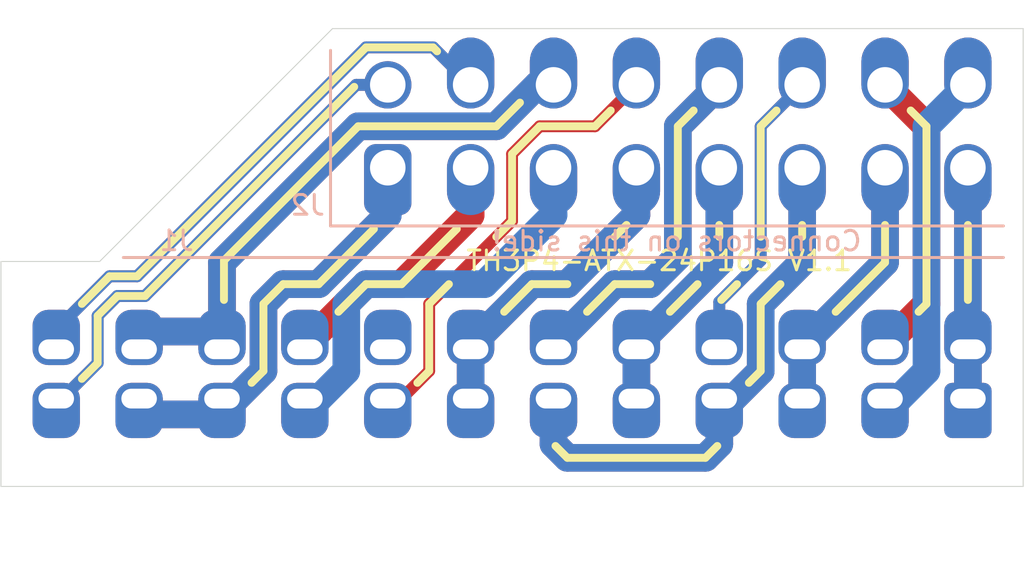
<source format=kicad_pcb>
(kicad_pcb (version 20240108) (generator "pcbnew") (generator_version "8.0")
  (layers (0 "F.Cu" signal) (31 "B.Cu" signal) (34 "B.Paste" user) (35 "F.Paste" user) (36 "B.SilkS" user "B.Silkscreen") (37 "F.SilkS" user "F.Silkscreen") (38 "B.Mask" user) (39 "F.Mask" user) (44 "Edge.Cuts" user))
  (net 0 "")
  (footprint "Connector_ATX:ATX_16pin_male" (layer "B.Cu") (at 158.4 87.6 180)
    (property "Reference" "J2" (at 17.8 -4 0) (layer "B.SilkS") (effects (justify left mirror)))
    (property "Value" "ATX_16pin_male")
    (pad "1" thru_hole roundrect (at 14.7 -2.1 180) (size 2.4 3.6) (drill oval 1.8 (offset 0 -0.6)) (layers "*.Cu" "*.Mask"))
    (pad "2" thru_hole roundrect (at 10.5 -2.1 180) (size 2.4 3.6) (drill oval 1.8 (offset 0 -0.6)) (layers "*.Cu" "*.Mask") (roundrect_rratio 0.5))
    (pad "3" thru_hole roundrect (at 6.3 -2.1 180) (size 2.4 3.6) (drill oval 1.8 (offset 0 -0.6)) (layers "*.Cu" "*.Mask") (roundrect_rratio 0.5))
    (pad "4" thru_hole roundrect (at 2.1 -2.1 180) (size 2.4 3.6) (drill oval 1.8 (offset 0 -0.6)) (layers "*.Cu" "*.Mask") (roundrect_rratio 0.5))
    (pad "5" thru_hole roundrect (at -2.1 -2.1 180) (size 2.4 3.6) (drill oval 1.8 (offset 0 -0.6)) (layers "*.Cu" "*.Mask") (roundrect_rratio 0.5))
    (pad "6" thru_hole roundrect (at -6.3 -2.1 180) (size 2.4 3.6) (drill oval 1.8 (offset 0 -0.6)) (layers "*.Cu" "*.Mask") (roundrect_rratio 0.5))
    (pad "7" thru_hole roundrect (at -10.5 -2.1 180) (size 2.4 3.6) (drill oval 1.8 (offset 0 -0.6)) (layers "*.Cu" "*.Mask") (roundrect_rratio 0.5))
    (pad "8" thru_hole roundrect (at -14.7 -2.1 180) (size 2.4 3.6) (drill oval 1.8 (offset 0 -0.6)) (layers "*.Cu" "*.Mask") (roundrect_rratio 0.5))
    (pad "9" thru_hole roundrect (at 14.7 2.1 180) (size 2.4 2.4) (drill oval 1.8) (layers "*.Cu" "*.Mask") (roundrect_rratio 0.5))
    (pad "10" thru_hole roundrect (at 10.5 2.1 180) (size 2.4 3.6) (drill oval 1.8 (offset 0 0.6)) (layers "*.Cu" "*.Mask") (roundrect_rratio 0.5))
    (pad "11" thru_hole roundrect (at 6.3 2.1 180) (size 2.4 3.6) (drill oval 1.8 (offset 0 0.6)) (layers "*.Cu" "*.Mask") (roundrect_rratio 0.5))
    (pad "12" thru_hole roundrect (at 2.1 2.1 180) (size 2.4 3.6) (drill oval 1.8 (offset 0 0.6)) (layers "*.Cu" "*.Mask") (roundrect_rratio 0.5))
    (pad "13" thru_hole roundrect (at -2.1 2.1 180) (size 2.4 3.6) (drill oval 1.8 (offset 0 0.6)) (layers "*.Cu" "*.Mask") (roundrect_rratio 0.5))
    (pad "14" thru_hole roundrect (at -6.3 2.1 180) (size 2.4 3.6) (drill oval 1.8 (offset 0 0.6)) (layers "*.Cu" "*.Mask") (roundrect_rratio 0.5))
    (pad "15" thru_hole roundrect (at -10.5 2.1 180) (size 2.4 3.6) (drill oval 1.8 (offset 0 0.6)) (layers "*.Cu" "*.Mask") (roundrect_rratio 0.5))
    (pad "16" thru_hole roundrect (at -14.7 2.1 180) (size 2.4 3.6) (drill oval 1.8 (offset 0 0.6)) (layers "*.Cu" "*.Mask") (roundrect_rratio 0.5))
  )
  (footprint "Connector_ATX:ATX_24pin_female_solder" (layer "B.Cu") (at 150 100.15 180)
    (property "Reference" "J1" (at 17 6.75 0) (layer "B.SilkS") (effects (justify mirror)))
    (property "Value" "ATX_24pin_female_solder")
    (pad "1" thru_hole roundrect (at -23.1 -1.25 180) (size 2.4 2.8) (drill oval 1.8 1 (offset 0 -0.6)) (layers "*.Cu" "*.Mask") (roundrect_rratio 0.1666666667))
    (pad "2" thru_hole roundrect (at -18.9 -1.25 180) (size 2.4 2.8) (drill oval 1.8 1 (offset 0 -0.6)) (layers "*.Cu" "*.Mask") (roundrect_rratio 0.3333333333))
    (pad "3" thru_hole roundrect (at -14.7 -1.25 180) (size 2.4 2.8) (drill oval 1.8 1 (offset 0 -0.6)) (layers "*.Cu" "*.Mask") (roundrect_rratio 0.3333333333))
    (pad "4" thru_hole roundrect (at -10.5 -1.25 180) (size 2.4 2.8) (drill oval 1.8 1 (offset 0 -0.6)) (layers "*.Cu" "*.Mask") (roundrect_rratio 0.3333333333))
    (pad "5" thru_hole roundrect (at -6.3 -1.25 180) (size 2.4 2.8) (drill oval 1.8 1 (offset 0 -0.6)) (layers "*.Cu" "*.Mask") (roundrect_rratio 0.3333333333))
    (pad "6" thru_hole roundrect (at -2.1 -1.25 180) (size 2.4 2.8) (drill oval 1.8 1 (offset 0 -0.6)) (layers "*.Cu" "*.Mask") (roundrect_rratio 0.3333333333))
    (pad "7" thru_hole roundrect (at 2.1 -1.25 180) (size 2.4 2.8) (drill oval 1.8 1 (offset 0 -0.6)) (layers "*.Cu" "*.Mask") (roundrect_rratio 0.3333333333))
    (pad "8" thru_hole roundrect (at 6.3 -1.25 180) (size 2.4 2.8) (drill oval 1.8 1 (offset 0 -0.6)) (layers "*.Cu" "*.Mask") (roundrect_rratio 0.3333333333))
    (pad "9" thru_hole roundrect (at 10.5 -1.25 180) (size 2.4 2.8) (drill oval 1.8 1 (offset 0 -0.6)) (layers "*.Cu" "*.Mask") (roundrect_rratio 0.3333333333))
    (pad "10" thru_hole roundrect (at 14.7 -1.25 180) (size 2.4 2.8) (drill oval 1.8 1 (offset 0 -0.6)) (layers "*.Cu" "*.Mask") (roundrect_rratio 0.3333333333))
    (pad "11" thru_hole roundrect (at 18.9 -1.25 180) (size 2.4 2.8) (drill oval 1.8 1 (offset 0 -0.6)) (layers "*.Cu" "*.Mask") (roundrect_rratio 0.3333333333))
    (pad "12" thru_hole roundrect (at 23.1 -1.25 180) (size 2.4 2.8) (drill oval 1.8 1 (offset 0 -0.6)) (layers "*.Cu" "*.Mask") (roundrect_rratio 0.3333333333))
    (pad "13" thru_hole roundrect (at -23.1 1.25 180) (size 2.4 2.8) (drill oval 1.8 1 (offset 0 0.6)) (layers "*.Cu" "*.Mask") (roundrect_rratio 0.3333333333))
    (pad "14" thru_hole roundrect (at -18.9 1.25 180) (size 2.4 2.8) (drill oval 1.8 1 (offset 0 0.6)) (layers "*.Cu" "*.Mask") (roundrect_rratio 0.3333333333))
    (pad "15" thru_hole roundrect (at -14.7 1.25 180) (size 2.4 2.8) (drill oval 1.8 1 (offset 0 0.6)) (layers "*.Cu" "*.Mask") (roundrect_rratio 0.3333333333))
    (pad "16" thru_hole roundrect (at -10.5 1.25 180) (size 2.4 2.8) (drill oval 1.8 1 (offset 0 0.6)) (layers "*.Cu" "*.Mask") (roundrect_rratio 0.3333333333))
    (pad "17" thru_hole roundrect (at -6.3 1.25 180) (size 2.4 2.8) (drill oval 1.8 1 (offset 0 0.6)) (layers "*.Cu" "*.Mask") (roundrect_rratio 0.3333333333))
    (pad "18" thru_hole roundrect (at -2.1 1.25 180) (size 2.4 2.8) (drill oval 1.8 1 (offset 0 0.6)) (layers "*.Cu" "*.Mask") (roundrect_rratio 0.3333333333))
    (pad "19" thru_hole roundrect (at 2.1 1.25 180) (size 2.4 2.8) (drill oval 1.8 1 (offset 0 0.6)) (layers "*.Cu" "*.Mask") (roundrect_rratio 0.3333333333))
    (pad "20" thru_hole roundrect (at 6.3 1.25 180) (size 2.4 2.8) (drill oval 1.8 1 (offset 0 0.6)) (layers "*.Cu" "*.Mask") (roundrect_rratio 0.3333333333))
    (pad "21" thru_hole roundrect (at 10.5 1.25 180) (size 2.4 2.8) (drill oval 1.8 1 (offset 0 0.6)) (layers "*.Cu" "*.Mask") (roundrect_rratio 0.3333333333))
    (pad "22" thru_hole roundrect (at 14.7 1.25 180) (size 2.4 2.8) (drill oval 1.8 1 (offset 0 0.6)) (layers "*.Cu" "*.Mask") (roundrect_rratio 0.3333333333))
    (pad "23" thru_hole roundrect (at 18.9 1.25 180) (size 2.4 2.8) (drill oval 1.8 1 (offset 0 0.6)) (layers "*.Cu" "*.Mask") (roundrect_rratio 0.3333333333))
    (pad "24" thru_hole roundrect (at 23.1 1.25 180) (size 2.4 2.8) (drill oval 1.8 1 (offset 0 0.6)) (layers "*.Cu" "*.Mask") (roundrect_rratio 0.3333333333))
  )
  (gr_line (start 140.8 92.65) (end 140.8 83.75) (stroke (width 0.15)) (layer "B.SilkS"))
  (gr_line (start 130.3 94.25) (end 174.9 94.25) (stroke (width 0.15)) (layer "B.SilkS"))
  (gr_line (start 174.9 92.65) (end 140.8 92.65) (stroke (width 0.15)) (layer "B.SilkS"))
  (gr_line (start 166.4 97) (end 168.9 94.5) (stroke (width 0.4)) (layer "F.SilkS"))
  (gr_line (start 160.5 93.2) (end 160.5 92.6) (stroke (width 0.4)) (layer "F.SilkS"))
  (gr_line (start 170.6 97) (end 171 96.6) (stroke (width 0.4)) (layer "F.SilkS"))
  (gr_line (start 162.6 96.6) (end 163.6 95.6) (stroke (width 0.4)) (layer "F.SilkS"))
  (gr_line (start 141.2 97) (end 142.6 95.6) (stroke (width 0.4)) (layer "F.SilkS"))
  (gr_line (start 164.7 93.2) (end 164.7 92.6) (stroke (width 0.4)) (layer "F.SilkS"))
  (gr_line (start 129 97.2) (end 130 96.2) (stroke (width 0.4)) (layer "F.SilkS"))
  (gr_line (start 171 87.6) (end 170.2 86.8) (stroke (width 0.4)) (layer "F.SilkS"))
  (gr_line (start 158.4 87.6) (end 159.2 86.8) (stroke (width 0.4)) (layer "F.SilkS"))
  (gr_line (start 137.4 96.6) (end 138.4 95.6) (stroke (width 0.4)) (layer "F.SilkS"))
  (gr_line (start 173.1 96.4) (end 173.1 92.6) (stroke (width 0.4)) (layer "F.SilkS"))
  (gr_line (start 152.8 104.4) (end 159.8 104.4) (stroke (width 0.4)) (layer "F.SilkS"))
  (gr_line (start 150 89) (end 151.4 87.6) (stroke (width 0.4)) (layer "F.SilkS"))
  (gr_line (start 128.2 100.4) (end 129 99.6) (stroke (width 0.4)) (layer "F.SilkS"))
  (gr_line (start 144.4 95.6) (end 147.2 92.8) (stroke (width 0.4)) (layer "F.SilkS"))
  (gr_line (start 142.6 95.6) (end 144.4 95.6) (stroke (width 0.4)) (layer "F.SilkS"))
  (gr_line (start 155.8 92.6) (end 155.2 93.2) (stroke (width 0.4)) (layer "F.SilkS"))
  (gr_line (start 160.6 96.4) (end 161.4 95.6) (stroke (width 0.4)) (layer "F.SilkS"))
  (gr_line (start 162.6 87.6) (end 163.4 86.8) (stroke (width 0.4)) (layer "F.SilkS"))
  (gr_line (start 142.2 87.6) (end 149.2 87.6) (stroke (width 0.4)) (layer "F.SilkS"))
  (gr_line (start 129.6 95.2) (end 131 95.2) (stroke (width 0.4)) (layer "F.SilkS"))
  (gr_line (start 158 97) (end 159.4 95.6) (stroke (width 0.4)) (layer "F.SilkS"))
  (gr_line (start 150 92.4) (end 150 89) (stroke (width 0.4)) (layer "F.SilkS"))
  (gr_line (start 151.4 87.6) (end 154.2 87.6) (stroke (width 0.4)) (layer "F.SilkS"))
  (gr_line (start 149.2 87.6) (end 150.4 86.4) (stroke (width 0.4)) (layer "F.SilkS"))
  (gr_line (start 154.2 87.6) (end 155 86.8) (stroke (width 0.4)) (layer "F.SilkS"))
  (gr_line (start 168.9 94.5) (end 168.9 92.6) (stroke (width 0.4)) (layer "F.SilkS"))
  (gr_line (start 145.8 96.6) (end 146.8 95.6) (stroke (width 0.4)) (layer "F.SilkS"))
  (gr_line (start 158.4 93.2) (end 158.4 87.6) (stroke (width 0.4)) (layer "F.SilkS"))
  (gr_line (start 131 95.2) (end 142.6 83.6) (stroke (width 0.4)) (layer "F.SilkS"))
  (gr_line (start 150 92.4) (end 149.2 93.2) (stroke (width 0.4)) (layer "F.SilkS"))
  (gr_line (start 129.6 95.2) (end 128.2 96.6) (stroke (width 0.4)) (layer "F.SilkS"))
  (gr_line (start 135.4 94.4) (end 135.4 96.4) (stroke (width 0.4)) (layer "F.SilkS"))
  (gr_line (start 162.6 100) (end 162.6 96.6) (stroke (width 0.4)) (layer "F.SilkS"))
  (gr_line (start 171 96.6) (end 171 87.6) (stroke (width 0.4)) (layer "F.SilkS"))
  (gr_line (start 162.6 93.2) (end 162.6 87.6) (stroke (width 0.4)) (layer "F.SilkS"))
  (gr_line (start 149.6 97) (end 151 95.6) (stroke (width 0.4)) (layer "F.SilkS"))
  (gr_line (start 153.8 97) (end 155.2 95.6) (stroke (width 0.4)) (layer "F.SilkS"))
  (gr_line (start 135.4 94.4) (end 142.2 87.6) (stroke (width 0.4)) (layer "F.SilkS"))
  (gr_line (start 140.2 95.6) (end 143 92.8) (stroke (width 0.4)) (layer "F.SilkS"))
  (gr_line (start 137.4 100) (end 136.8 100.6) (stroke (width 0.4)) (layer "F.SilkS"))
  (gr_line (start 137.4 100) (end 137.4 96.6) (stroke (width 0.4)) (layer "F.SilkS"))
  (gr_line (start 145.2 100.6) (end 145.8 100) (stroke (width 0.4)) (layer "F.SilkS"))
  (gr_line (start 129 99.6) (end 129 97.2) (stroke (width 0.4)) (layer "F.SilkS"))
  (gr_line (start 146 83.6) (end 146.2 83.8) (stroke (width 0.4)) (layer "F.SilkS"))
  (gr_line (start 142.6 83.6) (end 146 83.6) (stroke (width 0.4)) (layer "F.SilkS"))
  (gr_line (start 138.4 95.6) (end 140.2 95.6) (stroke (width 0.4)) (layer "F.SilkS"))
  (gr_line (start 131.4 96.2) (end 142 85.6) (stroke (width 0.4)) (layer "F.SilkS"))
  (gr_line (start 130 96.2) (end 131.4 96.2) (stroke (width 0.4)) (layer "F.SilkS"))
  (gr_line (start 162 100.6) (end 162.6 100) (stroke (width 0.4)) (layer "F.SilkS"))
  (gr_line (start 159.8 104.4) (end 160.4 103.8) (stroke (width 0.4)) (layer "F.SilkS"))
  (gr_line (start 145.8 100) (end 145.8 96.6) (stroke (width 0.4)) (layer "F.SilkS"))
  (gr_line (start 152.2 103.8) (end 152.8 104.4) (stroke (width 0.4)) (layer "F.SilkS"))
  (gr_line (start 151 95.6) (end 152.8 95.6) (stroke (width 0.4)) (layer "F.SilkS"))
  (gr_line (start 155.2 95.6) (end 157 95.6) (stroke (width 0.4)) (layer "F.SilkS"))
  (gr_line (start 175.9 82.65) (end 140.9 82.65) (stroke (width 0.05)) (layer "Edge.Cuts"))
  (gr_line (start 124.1 105.85) (end 175.9 105.85) (stroke (width 0.05)) (layer "Edge.Cuts"))
  (gr_line (start 175.9 105.85) (end 175.9 82.65) (stroke (width 0.05)) (layer "Edge.Cuts"))
  (gr_line (start 129.1 94.45) (end 124.1 94.45) (stroke (width 0.05)) (layer "Edge.Cuts"))
  (gr_line (start 140.9 82.65) (end 129.1 94.45) (stroke (width 0.05)) (layer "Edge.Cuts"))
  (gr_line (start 124.1 94.45) (end 124.1 105.85) (stroke (width 0.05)) (layer "Edge.Cuts"))
  (gr_text "Connectors on this side!" (at 167.8 94 0) (layer "B.SilkS") (effects (font (size 1 1)) (justify left bottom mirror)))
  (gr_text "TH3P4-ATX-24P16S V1.1" (at 147.6 95 0) (layer "F.SilkS") (effects (font (size 1 1)) (justify left bottom)))
  (segment (start 160.5 98.9) (end 160.5 96.5) (width 0.6) (layer "F.Cu") (net 0))
  (segment (start 147.9 101.4) (end 147.9 98.9) (width 1.4) (layer "F.Cu") (net 0))
  (segment (start 143.7 101.4) (end 144.2 101.4) (width 0.6) (layer "F.Cu") (net 0))
  (segment (start 158.4 87.6) (end 160.5 85.5) (width 1.4) (layer "F.Cu") (net 0))
  (segment (start 160.5 94.5) (end 156.3 98.7) (width 1.4) (layer "F.Cu") (net 0))
  (segment (start 160.5 101.4) (end 161.2 101.4) (width 1.4) (layer "F.Cu") (net 0))
  (segment (start 146 83.6) (end 147.9 85.5) (width 0.6) (layer "F.Cu") (net 0))
  (segment (start 152.1 103.7) (end 152.8 104.4) (width 1.4) (layer "F.Cu") (net 0))
  (segment (start 173.1 101.4) (end 173.1 98.9) (width 1.4) (layer "F.Cu") (net 0))
  (segment (start 126.9 97.9) (end 129.6 95.2) (width 0.6) (layer "F.Cu") (net 0))
  (segment (start 142.6 83.6) (end 146 83.6) (width 0.6) (layer "F.Cu") (net 0))
  (segment (start 162.6 87.6) (end 164.7 85.5) (width 0.6) (layer "F.Cu") (net 0))
  (segment (start 160.5 103.7) (end 159.8 104.4) (width 1.4) (layer "F.Cu") (net 0))
  (segment (start 135.3 94.5) (end 142.2 87.6) (width 1.4) (layer "F.Cu") (net 0))
  (segment (start 173.1 98.9) (end 173.1 91.75) (width 1.4) (layer "F.Cu") (net 0))
  (segment (start 154.2 87.6) (end 156.3 85.5) (width 0.6) (layer "F.Cu") (net 0))
  (segment (start 152.8 104.4) (end 159.8 104.4) (width 1.4) (layer "F.Cu") (net 0))
  (segment (start 156.3 92.1) (end 156.3 91.8) (width 1.4) (layer "F.Cu") (net 0))
  (segment (start 152.8 95.6) (end 156.3 92.1) (width 1.4) (layer "F.Cu") (net 0))
  (segment (start 157 95.6) (end 158.4 94.2) (width 1.4) (layer "F.Cu") (net 0))
  (segment (start 152.1 101.4) (end 152.1 103.7) (width 1.4) (layer "F.Cu") (net 0))
  (segment (start 168.9 94.5) (end 164.7 98.7) (width 1.4) (layer "F.Cu") (net 0))
  (segment (start 160.5 96.5) (end 162.6 94.4) (width 0.6) (layer "F.Cu") (net 0))
  (segment (start 131 95.2) (end 142.6 83.6) (width 0.6) (layer "F.Cu") (net 0))
  (segment (start 151 95.6) (end 152.8 95.6) (width 1.4) (layer "F.Cu") (net 0))
  (segment (start 126.9 98.9) (end 126.9 97.9) (width 0.6) (layer "F.Cu") (net 0))
  (segment (start 152.1 98.9) (end 152.1 98.1) (width 1.4) (layer "F.Cu") (net 0))
  (segment (start 156.3 101.4) (end 156.3 98.9) (width 1.4) (layer "F.Cu") (net 0))
  (segment (start 142.2 87.6) (end 149.2 87.6) (width 1.4) (layer "F.Cu") (net 0))
  (segment (start 127.2 101.4) (end 129 99.6) (width 0.6) (layer "F.Cu") (net 0))
  (segment (start 145.8 96.6) (end 150 92.4) (width 0.6) (layer "F.Cu") (net 0))
  (segment (start 155.2 95.6) (end 157 95.6) (width 1.4) (layer "F.Cu") (net 0))
  (segment (start 129 97.2) (end 130 96.2) (width 0.6) (layer "F.Cu") (net 0))
  (segment (start 149.2 87.6) (end 151.3 85.5) (width 1.4) (layer "F.Cu") (net 0))
  (segment (start 152.1 98.9) (end 152.1 98.7) (width 1.4) (layer "F.Cu") (net 0))
  (segment (start 164.7 94.5) (end 162.6 96.6) (width 1.4) (layer "F.Cu") (net 0))
  (segment (start 162.6 100) (end 162.6 96.6) (width 1.4) (layer "F.Cu") (net 0))
  (segment (start 143.7 101.4) (end 144.4 101.4) (width 0.6) (layer "F.Cu") (net 0))
  (segment (start 131.1 102.2) (end 135.3 102.2) (width 1.4) (layer "F.Cu") (net 0))
  (segment (start 137.4 100) (end 137.4 96.6) (width 1.4) (layer "F.Cu") (net 0))
  (segment (start 138.4 95.6) (end 140.2 95.6) (width 1.4) (layer "F.Cu") (net 0))
  (segment (start 136 101.4) (end 137.4 100) (width 1.4) (layer "F.Cu") (net 0))
  (segment (start 164.7 101.4) (end 164.7 98.9) (width 1.4) (layer "F.Cu") (net 0))
  (segment (start 152.1 98.7) (end 155.2 95.6) (width 1.4) (layer "F.Cu") (net 0))
  (segment (start 137.4 96.6) (end 138.4 95.6) (width 1.4) (layer "F.Cu") (net 0))
  (segment (start 147.9 98.7) (end 151 95.6) (width 1.4) (layer "F.Cu") (net 0))
  (segment (start 147.9 98.9) (end 147.9 98.7) (width 1.4) (layer "F.Cu") (net 0))
  (segment (start 135.3 101.4) (end 136 101.4) (width 1.4) (layer "F.Cu") (net 0))
  (segment (start 145.8 100) (end 145.8 96.6) (width 0.6) (layer "F.Cu") (net 0))
  (segment (start 168.9 98.9) (end 168.9 98.7) (width 1.4) (layer "F.Cu") (net 0))
  (segment (start 160.5 91.75) (end 160.5 94.5) (width 1.4) (layer "F.Cu") (net 0))
  (segment (start 129.6 95.2) (end 131 95.2) (width 0.6) (layer "F.Cu") (net 0))
  (segment (start 168.9 91.75) (end 168.9 94.5) (width 1.4) (layer "F.Cu") (net 0))
  (segment (start 126.9 101.4) (end 127.2 101.4) (width 0.6) (layer "F.Cu") (net 0))
  (segment (start 160.5 101.4) (end 160.5 103.7) (width 1.4) (layer "F.Cu") (net 0))
  (segment (start 131.4 96.2) (end 142.1 85.5) (width 0.6) (layer "F.Cu") (net 0))
  (segment (start 144.4 95.6) (end 142.6 95.6) (width 1.4) (layer "F.Cu") (net 0))
  (segment (start 158.4 94.2) (end 158.4 87.6) (width 1.4) (layer "F.Cu") (net 0))
  (segment (start 139.5 98.9) (end 139.5 98.7) (width 1.4) (layer "F.Cu") (net 0))
  (segment (start 135.3 98.9) (end 135.3 94.5) (width 1.4) (layer "F.Cu") (net 0))
  (segment (start 139.5 98.9) (end 139.5 98.5) (width 1.4) (layer "F.Cu") (net 0))
  (segment (start 147.9 91.75) (end 147.9 92.1) (width 1.4) (layer "F.Cu") (net 0))
  (segment (start 164.7 98.7) (end 164.7 98.9) (width 1.4) (layer "F.Cu") (net 0))
  (segment (start 129 99.6) (end 129 97.2) (width 0.6) (layer "F.Cu") (net 0))
  (segment (start 150 92.4) (end 150 89) (width 0.6) (layer "F.Cu") (net 0))
  (segment (start 150 89) (end 151.4 87.6) (width 0.6) (layer "F.Cu") (net 0))
  (segment (start 168.9 98.7) (end 171 96.6) (width 1.4) (layer "F.Cu") (net 0))
  (segment (start 171 96.6) (end 171 87.6) (width 1.4) (layer "F.Cu") (net 0))
  (segment (start 164.7 91.75) (end 164.7 94.5) (width 1.4) (layer "F.Cu") (net 0))
  (segment (start 152.1 98.9) (end 152.1 97.9) (width 1.4) (layer "F.Cu") (net 0))
  (segment (start 142.1 85.5) (end 143.7 85.5) (width 0.6) (layer "F.Cu") (net 0))
  (segment (start 171 87.6) (end 168.9 85.5) (width 1.4) (layer "F.Cu") (net 0))
  (segment (start 161.2 101.4) (end 162.6 100) (width 1.4) (layer "F.Cu") (net 0))
  (segment (start 139.5 98.7) (end 142.6 95.6) (width 1.4) (layer "F.Cu") (net 0))
  (segment (start 147.9 92.1) (end 144.4 95.6) (width 1.4) (layer "F.Cu") (net 0))
  (segment (start 131.1 98) (end 135.3 98) (width 1.4) (layer "F.Cu") (net 0))
  (segment (start 143.7 92.1) (end 143.7 91.75) (width 1.4) (layer "F.Cu") (net 0))
  (segment (start 151.4 87.6) (end 154.2 87.6) (width 0.6) (layer "F.Cu") (net 0))
  (segment (start 156.3 98.7) (end 156.3 98.9) (width 1.4) (layer "F.Cu") (net 0))
  (segment (start 162.6 94.4) (end 162.6 87.6) (width 0.6) (layer "F.Cu") (net 0))
  (segment (start 130 96.2) (end 131.4 96.2) (width 0.6) (layer "F.Cu") (net 0))
  (segment (start 140.2 95.6) (end 143.7 92.1) (width 1.4) (layer "F.Cu") (net 0))
  (segment (start 144.4 101.4) (end 145.8 100) (width 0.6) (layer "F.Cu") (net 0))
  (segment (start 151.3 85.5) (end 152.1 85.5) (width 1.4) (layer "F.Cu") (net 0))
  (segment (start 143.7 101.4) (end 144.2 101.4) (width 0.6) (layer "B.Cu") (net 0))
  (segment (start 147.9 101.4) (end 147.9 98.9) (width 1.4) (layer "B.Cu") (net 0))
  (segment (start 173.1 101.4) (end 173.1 98.9) (width 1.4) (layer "B.Cu") (net 0))
  (segment (start 142.1 85.5) (end 143.7 85.5) (width 0.6) (layer "B.Cu") (net 0))
  (segment (start 156.3 92.1) (end 156.3 91.8) (width 1.4) (layer "B.Cu") (net 0))
  (segment (start 171 87.6) (end 173.1 85.5) (width 1.4) (layer "B.Cu") (net 0))
  (segment (start 148.6 95.6) (end 152.1 92.1) (width 1.4) (layer "B.Cu") (net 0))
  (segment (start 139.5 101.4) (end 140.2 101.4) (width 1.4) (layer "B.Cu") (net 0))
  (segment (start 161.2 101.4) (end 162.6 100) (width 1.4) (layer "B.Cu") (net 0))
  (segment (start 131.1 102.2) (end 135.3 102.2) (width 1.4) (layer "B.Cu") (net 0))
  (segment (start 130 96.2) (end 131.4 96.2) (width 0.6) (layer "B.Cu") (net 0))
  (segment (start 164.7 94.5) (end 162.6 96.6) (width 1.4) (layer "B.Cu") (net 0))
  (segment (start 160.5 98.9) (end 160.5 96.5) (width 0.6) (layer "B.Cu") (net 0))
  (segment (start 152.8 95.6) (end 156.3 92.1) (width 1.4) (layer "B.Cu") (net 0))
  (segment (start 160.5 101.4) (end 160.5 103.7) (width 1.4) (layer "B.Cu") (net 0))
  (segment (start 141.6 100) (end 141.6 96.6) (width 1.4) (layer "B.Cu") (net 0))
  (segment (start 155.2 95.6) (end 157 95.6) (width 1.4) (layer "B.Cu") (net 0))
  (segment (start 171 100) (end 171 87.6) (width 1.4) (layer "B.Cu") (net 0))
  (segment (start 141.6 96.6) (end 142.6 95.6) (width 1.4) (layer "B.Cu") (net 0))
  (segment (start 142.6 95.6) (end 148.6 95.6) (width 1.4) (layer "B.Cu") (net 0))
  (segment (start 158.4 94.2) (end 158.4 87.6) (width 1.4) (layer "B.Cu") (net 0))
  (segment (start 135.3 98.9) (end 135.3 94.5) (width 1.4) (layer "B.Cu") (net 0))
  (segment (start 129 99.6) (end 129 97.2) (width 0.6) (layer "B.Cu") (net 0))
  (segment (start 139.5 98.9) (end 139.5 97.9) (width 1.4) (layer "B.Cu") (net 0))
  (segment (start 160.5 94.5) (end 160.5 91.75) (width 1.4) (layer "B.Cu") (net 0))
  (segment (start 152.8 104.4) (end 159.8 104.4) (width 1.4) (layer "B.Cu") (net 0))
  (segment (start 156.3 98.9) (end 156.3 98.7) (width 1.4) (layer "B.Cu") (net 0))
  (segment (start 126.9 98.9) (end 126.9 97.9) (width 0.6) (layer "B.Cu") (net 0))
  (segment (start 149.2 87.6) (end 151.3 85.5) (width 1.4) (layer "B.Cu") (net 0))
  (segment (start 173.1 91.75) (end 173.1 98.9) (width 1.4) (layer "B.Cu") (net 0))
  (segment (start 162.6 87.6) (end 164.7 85.5) (width 0.6) (layer "B.Cu") (net 0))
  (segment (start 158.4 87.6) (end 160.5 85.5) (width 1.4) (layer "B.Cu") (net 0))
  (segment (start 169.6 101.4) (end 171 100) (width 1.4) (layer "B.Cu") (net 0))
  (segment (start 152.1 103.7) (end 152.8 104.4) (width 1.4) (layer "B.Cu") (net 0))
  (segment (start 142.6 83.6) (end 146 83.6) (width 0.6) (layer "B.Cu") (net 0))
  (segment (start 137.4 96.6) (end 138.4 95.6) (width 1.4) (layer "B.Cu") (net 0))
  (segment (start 126.9 101.4) (end 127.2 101.4) (width 0.6) (layer "B.Cu") (net 0))
  (segment (start 160.5 96.5) (end 162.6 94.4) (width 0.6) (layer "B.Cu") (net 0))
  (segment (start 152.1 98.7) (end 155.2 95.6) (width 1.4) (layer "B.Cu") (net 0))
  (segment (start 168.9 91.75) (end 168.9 94.5) (width 1.4) (layer "B.Cu") (net 0))
  (segment (start 168.9 94.5) (end 164.7 98.7) (width 1.4) (layer "B.Cu") (net 0))
  (segment (start 152.1 92.1) (end 152.1 91.75) (width 1.4) (layer "B.Cu") (net 0))
  (segment (start 135.3 94.5) (end 142.2 87.6) (width 1.4) (layer "B.Cu") (net 0))
  (segment (start 131.1 98) (end 135.3 98) (width 1.4) (layer "B.Cu") (net 0))
  (segment (start 137.4 96.6) (end 137.4 100) (width 1.4) (layer "B.Cu") (net 0))
  (segment (start 152.1 101.4) (end 152.1 103.7) (width 1.4) (layer "B.Cu") (net 0))
  (segment (start 162.6 96.6) (end 162.6 100) (width 1.4) (layer "B.Cu") (net 0))
  (segment (start 151.3 85.5) (end 152.1 85.5) (width 1.4) (layer "B.Cu") (net 0))
  (segment (start 162.6 94.4) (end 162.6 87.6) (width 0.6) (layer "B.Cu") (net 0))
  (segment (start 157 95.6) (end 158.4 94.2) (width 1.4) (layer "B.Cu") (net 0))
  (segment (start 126.9 97.9) (end 129.6 95.2) (width 0.6) (layer "B.Cu") (net 0))
  (segment (start 164.7 91.75) (end 164.7 94.5) (width 1.4) (layer "B.Cu") (net 0))
  (segment (start 140.2 101.4) (end 141.6 100) (width 1.4) (layer "B.Cu") (net 0))
  (segment (start 147.9 98.7) (end 147.9 98.9) (width 1.4) (layer "B.Cu") (net 0))
  (segment (start 151 95.6) (end 147.9 98.7) (width 1.4) (layer "B.Cu") (net 0))
  (segment (start 136 101.4) (end 137.4 100) (width 1.4) (layer "B.Cu") (net 0))
  (segment (start 135.3 101.4) (end 136 101.4) (width 1.4) (layer "B.Cu") (net 0))
  (segment (start 151 95.6) (end 152.8 95.6) (width 1.4) (layer "B.Cu") (net 0))
  (segment (start 143.7 92.1) (end 140.2 95.6) (width 1.4) (layer "B.Cu") (net 0))
  (segment (start 168.9 101.4) (end 169.6 101.4) (width 1.4) (layer "B.Cu") (net 0))
  (segment (start 129.6 95.2) (end 131 95.2) (width 0.6) (layer "B.Cu") (net 0))
  (segment (start 143.7 91.75) (end 143.7 92.1) (width 1.4) (layer "B.Cu") (net 0))
  (segment (start 129 97.2) (end 130 96.2) (width 0.6) (layer "B.Cu") (net 0))
  (segment (start 156.3 101.4) (end 156.3 98.9) (width 1.4) (layer "B.Cu") (net 0))
  (segment (start 160.5 101.4) (end 161.2 101.4) (width 1.4) (layer "B.Cu") (net 0))
  (segment (start 138.4 95.6) (end 140.2 95.6) (width 1.4) (layer "B.Cu") (net 0))
  (segment (start 160.5 103.7) (end 159.8 104.4) (width 1.4) (layer "B.Cu") (net 0))
  (segment (start 156.3 98.7) (end 160.5 94.5) (width 1.4) (layer "B.Cu") (net 0))
  (segment (start 164.7 101.4) (end 164.7 98.9) (width 1.4) (layer "B.Cu") (net 0))
  (segment (start 152.1 98.9) (end 152.1 98.7) (width 1.4) (layer "B.Cu") (net 0))
  (segment (start 146 83.6) (end 147.9 85.5) (width 0.6) (layer "B.Cu") (net 0))
  (segment (start 131 95.2) (end 142.6 83.6) (width 0.6) (layer "B.Cu") (net 0))
  (segment (start 139.5 101.4) (end 139.5 101.7) (width 1.4) (layer "B.Cu") (net 0))
  (segment (start 131.4 96.2) (end 142.1 85.5) (width 0.6) (layer "B.Cu") (net 0))
  (segment (start 142.2 87.6) (end 149.2 87.6) (width 1.4) (layer "B.Cu") (net 0))
  (segment (start 164.7 98.7) (end 164.7 98.9) (width 1.4) (layer "B.Cu") (net 0))
  (segment (start 127.2 101.4) (end 129 99.6) (width 0.6) (layer "B.Cu") (net 0))
)
</source>
